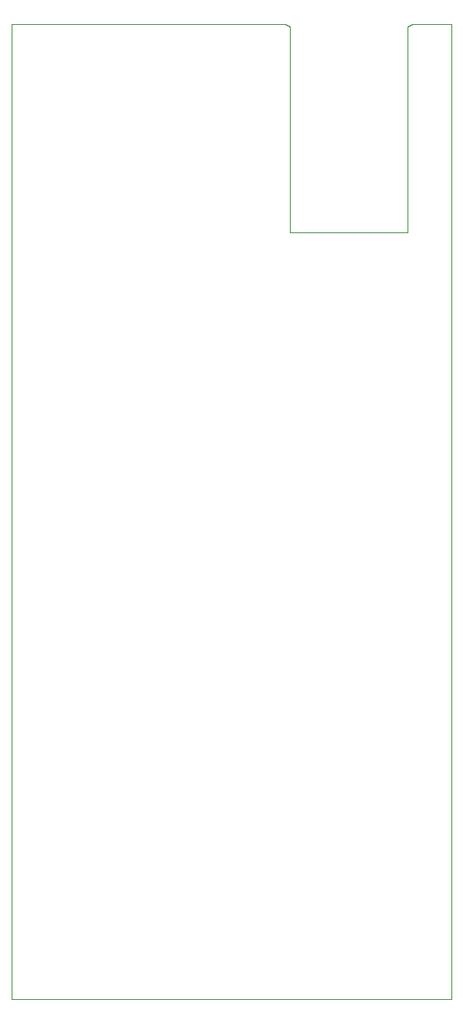
<source format=gm1>
G04 #@! TF.GenerationSoftware,KiCad,Pcbnew,8.0.2*
G04 #@! TF.CreationDate,2024-08-18T16:51:17+09:00*
G04 #@! TF.ProjectId,rainbow2-rp2040,7261696e-626f-4773-922d-727032303430,rev?*
G04 #@! TF.SameCoordinates,Original*
G04 #@! TF.FileFunction,Profile,NP*
%FSLAX46Y46*%
G04 Gerber Fmt 4.6, Leading zero omitted, Abs format (unit mm)*
G04 Created by KiCad (PCBNEW 8.0.2) date 2024-08-18 16:51:17*
%MOMM*%
%LPD*%
G01*
G04 APERTURE LIST*
G04 #@! TA.AperFunction,Profile*
%ADD10C,0.050000*%
G04 #@! TD*
G04 #@! TA.AperFunction,Profile*
%ADD11C,0.120000*%
G04 #@! TD*
G04 APERTURE END LIST*
D10*
X95000000Y-152500000D02*
X140000000Y-152500000D01*
X140000000Y-53000000D02*
X136000000Y-53000000D01*
X123500000Y-53250000D02*
X123000000Y-53000000D01*
X123000000Y-53000000D02*
X95000000Y-53000000D01*
X140000000Y-152500000D02*
X140000000Y-53000000D01*
X136000000Y-53000000D02*
X135500000Y-53250000D01*
X95000000Y-53000000D02*
X95000000Y-152500000D01*
D11*
X123500000Y-53250000D02*
X123500000Y-74250000D01*
X123500000Y-74250000D02*
X135500000Y-74250000D01*
X135500000Y-74250000D02*
X135500000Y-53250000D01*
M02*

</source>
